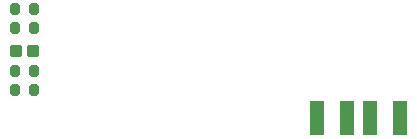
<source format=gtp>
G04 #@! TF.GenerationSoftware,KiCad,Pcbnew,7.0.7*
G04 #@! TF.CreationDate,2023-10-04T22:58:21-06:00*
G04 #@! TF.ProjectId,Modular_Interfaces,4d6f6475-6c61-4725-9f49-6e7465726661,rev?*
G04 #@! TF.SameCoordinates,Original*
G04 #@! TF.FileFunction,Paste,Top*
G04 #@! TF.FilePolarity,Positive*
%FSLAX46Y46*%
G04 Gerber Fmt 4.6, Leading zero omitted, Abs format (unit mm)*
G04 Created by KiCad (PCBNEW 7.0.7) date 2023-10-04 22:58:21*
%MOMM*%
%LPD*%
G01*
G04 APERTURE LIST*
G04 Aperture macros list*
%AMRoundRect*
0 Rectangle with rounded corners*
0 $1 Rounding radius*
0 $2 $3 $4 $5 $6 $7 $8 $9 X,Y pos of 4 corners*
0 Add a 4 corners polygon primitive as box body*
4,1,4,$2,$3,$4,$5,$6,$7,$8,$9,$2,$3,0*
0 Add four circle primitives for the rounded corners*
1,1,$1+$1,$2,$3*
1,1,$1+$1,$4,$5*
1,1,$1+$1,$6,$7*
1,1,$1+$1,$8,$9*
0 Add four rect primitives between the rounded corners*
20,1,$1+$1,$2,$3,$4,$5,0*
20,1,$1+$1,$4,$5,$6,$7,0*
20,1,$1+$1,$6,$7,$8,$9,0*
20,1,$1+$1,$8,$9,$2,$3,0*%
G04 Aperture macros list end*
%ADD10RoundRect,0.250000X-0.287500X-0.275000X0.287500X-0.275000X0.287500X0.275000X-0.287500X0.275000X0*%
%ADD11RoundRect,0.200000X-0.200000X-0.275000X0.200000X-0.275000X0.200000X0.275000X-0.200000X0.275000X0*%
%ADD12R,1.250000X3.000000*%
G04 APERTURE END LIST*
D10*
X144816500Y-71211780D03*
X143391500Y-71211780D03*
D11*
X144916500Y-67641780D03*
X143266500Y-67641780D03*
X144906500Y-74471780D03*
X143256500Y-74471780D03*
D12*
X175850000Y-76870280D03*
X173350000Y-76870280D03*
X171350000Y-76870280D03*
X168850000Y-76870280D03*
D11*
X144906500Y-72891780D03*
X143256500Y-72891780D03*
X144916500Y-69241780D03*
X143266500Y-69241780D03*
M02*

</source>
